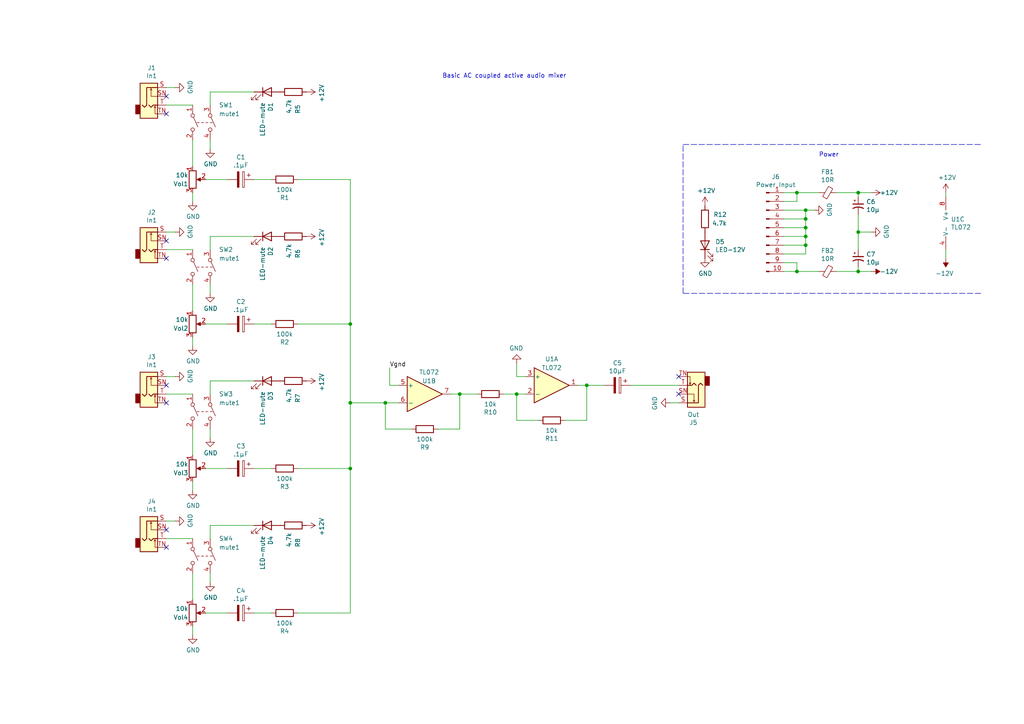
<source format=kicad_sch>
(kicad_sch (version 20211123) (generator eeschema)
  (paper "A4")
  (lib_symbols
    (symbol "Amplifier_Operational:TL072" (pin_names (offset 0.127))
      (property "Reference" "U" (at 0 5.08 0))
      (property "Value" "TL072" (at 0 -5.08 0))
      (symbol "TL072_1_1"
        (polyline (pts (xy -5.08 5.08) (xy 5.08 0) (xy -5.08 -5.08) (xy -5.08 5.08)) (stroke (width 0.254)) (fill (type background)))
        (pin output line (at 7.62 0 180) (length 2.54) (name "~") (number "1"))
        (pin input line (at -7.62 -2.54 0) (length 2.54) (name "-") (number "2"))
        (pin input line (at -7.62 2.54 0) (length 2.54) (name "+") (number "3"))
      )
      (symbol "TL072_2_1"
        (polyline (pts (xy -5.08 5.08) (xy 5.08 0) (xy -5.08 -5.08) (xy -5.08 5.08)) (stroke (width 0.254)) (fill (type background)))
        (pin input line (at -7.62 2.54 0) (length 2.54) (name "+") (number "5"))
        (pin input line (at -7.62 -2.54 0) (length 2.54) (name "-") (number "6"))
        (pin output line (at 7.62 0 180) (length 2.54) (name "~") (number "7"))
      )
      (symbol "TL072_3_1"
        (pin power_in line (at -2.54 -7.62 90) (length 3.81) (name "V-") (number "4"))
        (pin power_in line (at -2.54 7.62 270) (length 3.81) (name "V+") (number "8"))
      )
    )
    (symbol "Connector:AudioJack2_Switch"
      (property "Reference" "J" (at 0 11.43 0))
      (property "Value" "AudioJack2_Switch" (at 0 8.89 0))
      (symbol "AudioJack2_Switch_0_1"
        (rectangle (start -2.54 0) (end -3.81 -2.54) (stroke (width 0.254)) (fill (type outline)))
        (rectangle (start 2.54 6.35) (end -2.54 -3.81) (stroke (width 0.254)) (fill (type background)))
      )
      (symbol "AudioJack2_Switch_1_1"
        (polyline (pts (xy 0.635 4.826) (xy 0.889 4.318)))
        (polyline (pts (xy 1.778 -0.254) (xy 2.032 -0.762)))
        (polyline (pts (xy 0 0) (xy 0.635 -0.635) (xy 1.27 0) (xy 2.54 0)) (stroke (width 0.254)))
        (polyline (pts (xy 2.54 -2.54) (xy 1.778 -2.54) (xy 1.778 -0.254) (xy 1.524 -0.762)))
        (polyline (pts (xy 2.54 2.54) (xy 0.635 2.54) (xy 0.635 4.826) (xy 0.381 4.318)))
        (polyline (pts (xy 2.54 5.08) (xy -0.635 5.08) (xy -0.635 0) (xy -1.27 -0.635) (xy -1.905 0)) (stroke (width 0.254)))
        (pin passive line (at 5.08 5.08 180) (length 2.54) (name "~") (number "S"))
        (pin passive line (at 5.08 2.54 180) (length 2.54) (name "~") (number "SN"))
        (pin passive line (at 5.08 0 180) (length 2.54) (name "~") (number "T"))
        (pin passive line (at 5.08 -2.54 180) (length 2.54) (name "~") (number "TN"))
      )
    )
    (symbol "Connector:Conn_01x10_Male" (pin_names (offset 1.016) hide)
      (property "Reference" "J" (at 0 12.7 0))
      (property "Value" "Conn_01x10_Male" (at 0 -15.24 0))
      (symbol "Conn_01x10_Male_1_1"
        (polyline (pts (xy 1.27 -12.7) (xy 0.8636 -12.7)) (stroke (width 0.1524)))
        (polyline (pts (xy 1.27 -10.16) (xy 0.8636 -10.16)) (stroke (width 0.1524)))
        (polyline (pts (xy 1.27 -7.62) (xy 0.8636 -7.62)) (stroke (width 0.1524)))
        (polyline (pts (xy 1.27 -5.08) (xy 0.8636 -5.08)) (stroke (width 0.1524)))
        (polyline (pts (xy 1.27 -2.54) (xy 0.8636 -2.54)) (stroke (width 0.1524)))
        (polyline (pts (xy 1.27 0) (xy 0.8636 0)) (stroke (width 0.1524)))
        (polyline (pts (xy 1.27 2.54) (xy 0.8636 2.54)) (stroke (width 0.1524)))
        (polyline (pts (xy 1.27 5.08) (xy 0.8636 5.08)) (stroke (width 0.1524)))
        (polyline (pts (xy 1.27 7.62) (xy 0.8636 7.62)) (stroke (width 0.1524)))
        (polyline (pts (xy 1.27 10.16) (xy 0.8636 10.16)) (stroke (width 0.1524)))
        (rectangle (start 0.8636 -12.573) (end 0 -12.827) (stroke (width 0.1524)) (fill (type outline)))
        (rectangle (start 0.8636 -10.033) (end 0 -10.287) (stroke (width 0.1524)) (fill (type outline)))
        (rectangle (start 0.8636 -7.493) (end 0 -7.747) (stroke (width 0.1524)) (fill (type outline)))
        (rectangle (start 0.8636 -4.953) (end 0 -5.207) (stroke (width 0.1524)) (fill (type outline)))
        (rectangle (start 0.8636 -2.413) (end 0 -2.667) (stroke (width 0.1524)) (fill (type outline)))
        (rectangle (start 0.8636 0.127) (end 0 -0.127) (stroke (width 0.1524)) (fill (type outline)))
        (rectangle (start 0.8636 2.667) (end 0 2.413) (stroke (width 0.1524)) (fill (type outline)))
        (rectangle (start 0.8636 5.207) (end 0 4.953) (stroke (width 0.1524)) (fill (type outline)))
        (rectangle (start 0.8636 7.747) (end 0 7.493) (stroke (width 0.1524)) (fill (type outline)))
        (rectangle (start 0.8636 10.287) (end 0 10.033) (stroke (width 0.1524)) (fill (type outline)))
        (pin passive line (at 5.08 10.16 180) (length 3.81) (name "Pin_1") (number "1"))
        (pin passive line (at 5.08 -12.7 180) (length 3.81) (name "Pin_10") (number "10"))
        (pin passive line (at 5.08 7.62 180) (length 3.81) (name "Pin_2") (number "2"))
        (pin passive line (at 5.08 5.08 180) (length 3.81) (name "Pin_3") (number "3"))
        (pin passive line (at 5.08 2.54 180) (length 3.81) (name "Pin_4") (number "4"))
        (pin passive line (at 5.08 0 180) (length 3.81) (name "Pin_5") (number "5"))
        (pin passive line (at 5.08 -2.54 180) (length 3.81) (name "Pin_6") (number "6"))
        (pin passive line (at 5.08 -5.08 180) (length 3.81) (name "Pin_7") (number "7"))
        (pin passive line (at 5.08 -7.62 180) (length 3.81) (name "Pin_8") (number "8"))
        (pin passive line (at 5.08 -10.16 180) (length 3.81) (name "Pin_9") (number "9"))
      )
    )
    (symbol "Device:CP" (pin_numbers hide) (pin_names (offset 0.254))
      (property "Reference" "C" (at 0.635 2.54 0))
      (property "Value" "Device_CP" (at 0.635 -2.54 0))
      (symbol "CP_0_1"
        (rectangle (start -2.286 0.508) (end 2.286 1.016))
        (polyline (pts (xy -1.778 2.286) (xy -0.762 2.286)))
        (polyline (pts (xy -1.27 2.794) (xy -1.27 1.778)))
        (rectangle (start 2.286 -0.508) (end -2.286 -1.016) (fill (type outline)))
      )
      (symbol "CP_1_1"
        (pin passive line (at 0 3.81 270) (length 2.794) (name "~") (number "1"))
        (pin passive line (at 0 -3.81 90) (length 2.794) (name "~") (number "2"))
      )
    )
    (symbol "Device:CP1_Small" (pin_numbers hide) (pin_names (offset 0.254) hide)
      (property "Reference" "C" (at 0.254 1.778 0))
      (property "Value" "Device_CP1_Small" (at 0.254 -2.032 0))
      (symbol "CP1_Small_0_1"
        (polyline (pts (xy -1.524 0.508) (xy 1.524 0.508)) (stroke (width 0.3048)))
        (polyline (pts (xy -1.27 1.524) (xy -0.762 1.524)))
        (polyline (pts (xy -1.016 1.27) (xy -1.016 1.778)))
        (arc (start 1.524 -0.762) (mid 0 -0.3734) (end -1.524 -0.762) (stroke (width 0.3048)))
      )
      (symbol "CP1_Small_1_1"
        (pin passive line (at 0 2.54 270) (length 2.032) (name "~") (number "1"))
        (pin passive line (at 0 -2.54 90) (length 2.032) (name "~") (number "2"))
      )
    )
    (symbol "Device:Ferrite_Bead_Small" (pin_numbers hide) (pin_names (offset 0))
      (property "Reference" "FB" (at 1.905 1.27 0))
      (property "Value" "Device_Ferrite_Bead_Small" (at 1.905 -1.27 0))
      (symbol "Ferrite_Bead_Small_0_1"
        (polyline (pts (xy 0 -1.27) (xy 0 -0.7874)))
        (polyline (pts (xy 0 0.889) (xy 0 1.2954)))
        (polyline (pts (xy -1.8288 0.2794) (xy -1.1176 1.4986) (xy 1.8288 -0.2032) (xy 1.1176 -1.4224) (xy -1.8288 0.2794)))
      )
      (symbol "Ferrite_Bead_Small_1_1"
        (pin passive line (at 0 2.54 270) (length 1.27) (name "~") (number "1"))
        (pin passive line (at 0 -2.54 90) (length 1.27) (name "~") (number "2"))
      )
    )
    (symbol "Device:LED" (pin_numbers hide) (pin_names (offset 1.016) hide)
      (property "Reference" "D" (at 0 2.54 0))
      (property "Value" "LED" (at 0 -2.54 0))
      (symbol "LED_0_1"
        (polyline (pts (xy -1.27 -1.27) (xy -1.27 1.27)) (stroke (width 0.254)))
        (polyline (pts (xy -1.27 0) (xy 1.27 0)))
        (polyline (pts (xy 1.27 -1.27) (xy 1.27 1.27) (xy -1.27 0) (xy 1.27 -1.27)) (stroke (width 0.254)))
        (polyline (pts (xy -3.048 -0.762) (xy -4.572 -2.286) (xy -3.81 -2.286) (xy -4.572 -2.286) (xy -4.572 -1.524)))
        (polyline (pts (xy -1.778 -0.762) (xy -3.302 -2.286) (xy -2.54 -2.286) (xy -3.302 -2.286) (xy -3.302 -1.524)))
      )
      (symbol "LED_1_1"
        (pin passive line (at -3.81 0 0) (length 2.54) (name "K") (number "1"))
        (pin passive line (at 3.81 0 180) (length 2.54) (name "A") (number "2"))
      )
    )
    (symbol "Device:R" (pin_numbers hide) (pin_names (offset 0))
      (property "Reference" "R" (at 2.032 0 90))
      (property "Value" "R" (at 0 0 90))
      (symbol "R_0_1"
        (rectangle (start -1.016 -2.54) (end 1.016 2.54) (stroke (width 0.254)))
      )
      (symbol "R_1_1"
        (pin passive line (at 0 3.81 270) (length 1.27) (name "~") (number "1"))
        (pin passive line (at 0 -3.81 90) (length 1.27) (name "~") (number "2"))
      )
    )
    (symbol "Device:R_POT" (pin_names (offset 1.016) hide)
      (property "Reference" "RV" (at -4.445 0 90))
      (property "Value" "Device_R_POT" (at -2.54 0 90))
      (symbol "R_POT_0_1"
        (polyline (pts (xy 2.54 0) (xy 1.524 0)))
        (polyline (pts (xy 1.143 0) (xy 2.286 0.508) (xy 2.286 -0.508) (xy 1.143 0)) (fill (type outline)))
        (rectangle (start 1.016 2.54) (end -1.016 -2.54) (stroke (width 0.254)))
      )
      (symbol "R_POT_1_1"
        (pin passive line (at 0 3.81 270) (length 1.27) (name "1") (number "1"))
        (pin passive line (at 3.81 0 180) (length 1.27) (name "2") (number "2"))
        (pin passive line (at 0 -3.81 90) (length 1.27) (name "3") (number "3"))
      )
    )
    (symbol "Switch:SW_DPST" (pin_names (offset 0) hide)
      (property "Reference" "SW" (at 0 5.08 0))
      (property "Value" "SW_DPST" (at 0 -5.08 0))
      (symbol "SW_DPST_0_0"
        (circle (center -2.032 -2.54) (radius 0.508))
        (circle (center -2.032 2.54) (radius 0.508))
        (polyline (pts (xy -1.524 -2.286) (xy 1.27 -1.016)))
        (polyline (pts (xy -1.524 2.794) (xy 1.27 4.064)))
        (polyline (pts (xy 0 -1.27) (xy 0 -0.635)))
        (polyline (pts (xy 0 0) (xy 0 0.635)))
        (polyline (pts (xy 0 1.27) (xy 0 1.905)))
        (polyline (pts (xy 0 2.54) (xy 0 3.175)))
        (circle (center 2.032 -2.54) (radius 0.508))
        (circle (center 2.032 2.54) (radius 0.508))
      )
      (symbol "SW_DPST_1_1"
        (pin passive line (at -5.08 -2.54 0) (length 2.54) (name "1") (number "1"))
        (pin passive line (at 5.08 -2.54 180) (length 2.54) (name "2") (number "2"))
        (pin passive line (at -5.08 2.54 0) (length 2.54) (name "3") (number "3"))
        (pin passive line (at 5.08 2.54 180) (length 2.54) (name "4") (number "4"))
      )
    )
    (symbol "power:+12V" (power) (pin_names (offset 0))
      (property "Value" "+12V" (at 0 3.556 0))
      (symbol "+12V_0_1"
        (polyline (pts (xy -0.762 1.27) (xy 0 2.54)))
        (polyline (pts (xy 0 0) (xy 0 2.54)))
        (polyline (pts (xy 0 2.54) (xy 0.762 1.27)))
      )
      (symbol "+12V_1_1"
        (pin power_in line (at 0 0 90) (length 0) hide (name "+12V") (number "1"))
      )
    )
    (symbol "power:-12V" (power) (pin_names (offset 0))
      (property "Value" "-12V" (at 0 3.81 0))
      (symbol "-12V_0_0"
        (pin power_in line (at 0 0 90) (length 0) hide (name "-12V") (number "1"))
      )
      (symbol "-12V_0_1"
        (polyline (pts (xy 0 0) (xy 0 1.27) (xy 0.762 1.27) (xy 0 2.54) (xy -0.762 1.27) (xy 0 1.27)) (fill (type outline)))
      )
    )
    (symbol "power:GND" (power) (pin_names (offset 0))
      (property "Value" "GND" (at 0 -3.81 0))
      (symbol "GND_0_1"
        (polyline (pts (xy 0 0) (xy 0 -1.27) (xy 1.27 -1.27) (xy 0 -2.54) (xy -1.27 -1.27) (xy 0 -1.27)))
      )
      (symbol "GND_1_1"
        (pin power_in line (at 0 0 270) (length 0) hide (name "GND") (number "1"))
      )
    )
  )
  (junction (at 233.68 68.58))
  (junction (at 170.18 111.76))
  (junction (at 149.86 114.3))
  (junction (at 248.92 78.74))
  (junction (at 101.6 135.89))
  (junction (at 101.6 116.84))
  (junction (at 233.68 71.12))
  (junction (at 133.35 114.3))
  (junction (at 231.14 55.88))
  (junction (at 233.68 66.04))
  (junction (at 101.6 93.98))
  (junction (at 111.76 116.84))
  (junction (at 233.68 63.5))
  (junction (at 233.68 60.96))
  (junction (at 248.92 67.31))
  (junction (at 248.92 55.88))
  (junction (at 231.14 78.74))
  (no_connect (at 48.26 69.85))
  (no_connect (at 196.85 114.3))
  (no_connect (at 48.26 74.93))
  (no_connect (at 48.26 158.75))
  (no_connect (at 48.26 153.67))
  (no_connect (at 48.26 33.02))
  (no_connect (at 48.26 111.76))
  (no_connect (at 48.26 116.84))
  (no_connect (at 196.85 109.22))
  (no_connect (at 48.26 27.94))
  (wire (pts (xy 163.83 121.92) (xy 170.18 121.92)))
  (wire (pts (xy 196.85 116.84) (xy 194.31 116.84)))
  (wire (pts (xy 133.35 114.3) (xy 133.35 124.46)))
  (wire (pts (xy 233.68 71.12) (xy 233.68 68.58)))
  (wire (pts (xy 152.4 109.22) (xy 149.86 109.22)))
  (wire (pts (xy 111.76 116.84) (xy 115.57 116.84)))
  (wire (pts (xy 248.92 77.47) (xy 248.92 78.74)))
  (wire (pts (xy 60.96 26.67) (xy 73.66 26.67)))
  (wire (pts (xy 60.96 166.37) (xy 60.96 168.91)))
  (wire (pts (xy 73.66 52.07) (xy 78.74 52.07)))
  (wire (pts (xy 248.92 78.74) (xy 252.73 78.74)))
  (wire (pts (xy 236.22 60.96) (xy 233.68 60.96)))
  (wire (pts (xy 227.33 60.96) (xy 233.68 60.96)))
  (wire (pts (xy 248.92 62.23) (xy 248.92 67.31)))
  (wire (pts (xy 227.33 58.42) (xy 231.14 58.42)))
  (wire (pts (xy 149.86 109.22) (xy 149.86 105.41)))
  (wire (pts (xy 60.96 72.39) (xy 60.96 68.58)))
  (wire (pts (xy 60.96 152.4) (xy 73.66 152.4)))
  (wire (pts (xy 227.33 76.2) (xy 231.14 76.2)))
  (wire (pts (xy 73.66 135.89) (xy 78.74 135.89)))
  (wire (pts (xy 149.86 114.3) (xy 149.86 121.92)))
  (wire (pts (xy 55.88 100.33) (xy 55.88 97.79)))
  (wire (pts (xy 170.18 111.76) (xy 167.64 111.76)))
  (wire (pts (xy 233.68 60.96) (xy 233.68 63.5)))
  (wire (pts (xy 133.35 124.46) (xy 127 124.46)))
  (wire (pts (xy 48.26 151.13) (xy 50.8 151.13)))
  (wire (pts (xy 227.33 63.5) (xy 233.68 63.5)))
  (wire (pts (xy 149.86 114.3) (xy 152.4 114.3)))
  (wire (pts (xy 101.6 116.84) (xy 111.76 116.84)))
  (wire (pts (xy 233.68 68.58) (xy 233.68 66.04)))
  (wire (pts (xy 60.96 110.49) (xy 73.66 110.49)))
  (wire (pts (xy 55.88 124.46) (xy 55.88 132.08)))
  (polyline (pts (xy 198.12 85.09) (xy 198.12 41.91)))
  (wire (pts (xy 274.32 72.39) (xy 274.32 74.93)))
  (wire (pts (xy 60.96 40.64) (xy 60.96 43.18)))
  (wire (pts (xy 248.92 55.88) (xy 252.73 55.88)))
  (wire (pts (xy 133.35 114.3) (xy 138.43 114.3)))
  (wire (pts (xy 86.36 93.98) (xy 101.6 93.98)))
  (wire (pts (xy 170.18 111.76) (xy 175.26 111.76)))
  (wire (pts (xy 101.6 135.89) (xy 101.6 177.8)))
  (wire (pts (xy 48.26 30.48) (xy 55.88 30.48)))
  (wire (pts (xy 101.6 116.84) (xy 101.6 135.89)))
  (wire (pts (xy 227.33 78.74) (xy 231.14 78.74)))
  (wire (pts (xy 59.69 52.07) (xy 66.04 52.07)))
  (wire (pts (xy 113.03 106.68) (xy 113.03 111.76)))
  (wire (pts (xy 248.92 57.15) (xy 248.92 55.88)))
  (wire (pts (xy 60.96 68.58) (xy 73.66 68.58)))
  (wire (pts (xy 55.88 82.55) (xy 55.88 90.17)))
  (wire (pts (xy 55.88 142.24) (xy 55.88 139.7)))
  (wire (pts (xy 48.26 156.21) (xy 55.88 156.21)))
  (wire (pts (xy 130.81 114.3) (xy 133.35 114.3)))
  (wire (pts (xy 86.36 177.8) (xy 101.6 177.8)))
  (wire (pts (xy 146.05 114.3) (xy 149.86 114.3)))
  (wire (pts (xy 231.14 55.88) (xy 237.49 55.88)))
  (wire (pts (xy 55.88 166.37) (xy 55.88 173.99)))
  (wire (pts (xy 101.6 93.98) (xy 101.6 116.84)))
  (wire (pts (xy 233.68 73.66) (xy 233.68 71.12)))
  (wire (pts (xy 248.92 67.31) (xy 252.73 67.31)))
  (polyline (pts (xy 198.12 41.91) (xy 284.48 41.91)))
  (wire (pts (xy 86.36 135.89) (xy 101.6 135.89)))
  (wire (pts (xy 86.36 52.07) (xy 101.6 52.07)))
  (wire (pts (xy 149.86 121.92) (xy 156.21 121.92)))
  (wire (pts (xy 274.32 55.88) (xy 274.32 57.15)))
  (wire (pts (xy 55.88 40.64) (xy 55.88 48.26)))
  (wire (pts (xy 119.38 124.46) (xy 111.76 124.46)))
  (wire (pts (xy 48.26 114.3) (xy 55.88 114.3)))
  (wire (pts (xy 170.18 121.92) (xy 170.18 111.76)))
  (wire (pts (xy 59.69 135.89) (xy 66.04 135.89)))
  (wire (pts (xy 111.76 124.46) (xy 111.76 116.84)))
  (wire (pts (xy 60.96 82.55) (xy 60.96 85.09)))
  (wire (pts (xy 248.92 67.31) (xy 248.92 72.39)))
  (wire (pts (xy 101.6 52.07) (xy 101.6 93.98)))
  (wire (pts (xy 115.57 111.76) (xy 113.03 111.76)))
  (wire (pts (xy 233.68 63.5) (xy 233.68 66.04)))
  (wire (pts (xy 182.88 111.76) (xy 196.85 111.76)))
  (wire (pts (xy 231.14 76.2) (xy 231.14 78.74)))
  (wire (pts (xy 231.14 58.42) (xy 231.14 55.88)))
  (wire (pts (xy 227.33 73.66) (xy 233.68 73.66)))
  (polyline (pts (xy 284.48 85.09) (xy 198.12 85.09)))
  (wire (pts (xy 48.26 72.39) (xy 55.88 72.39)))
  (wire (pts (xy 227.33 71.12) (xy 233.68 71.12)))
  (wire (pts (xy 59.69 93.98) (xy 66.04 93.98)))
  (wire (pts (xy 55.88 184.15) (xy 55.88 181.61)))
  (wire (pts (xy 227.33 55.88) (xy 231.14 55.88)))
  (wire (pts (xy 233.68 66.04) (xy 227.33 66.04)))
  (wire (pts (xy 242.57 55.88) (xy 248.92 55.88)))
  (wire (pts (xy 227.33 68.58) (xy 233.68 68.58)))
  (wire (pts (xy 60.96 124.46) (xy 60.96 127)))
  (wire (pts (xy 48.26 25.4) (xy 50.8 25.4)))
  (wire (pts (xy 60.96 156.21) (xy 60.96 152.4)))
  (wire (pts (xy 60.96 30.48) (xy 60.96 26.67)))
  (wire (pts (xy 73.66 177.8) (xy 78.74 177.8)))
  (wire (pts (xy 59.69 177.8) (xy 66.04 177.8)))
  (wire (pts (xy 55.88 58.42) (xy 55.88 55.88)))
  (wire (pts (xy 48.26 109.22) (xy 50.8 109.22)))
  (wire (pts (xy 60.96 114.3) (xy 60.96 110.49)))
  (wire (pts (xy 242.57 78.74) (xy 248.92 78.74)))
  (wire (pts (xy 73.66 93.98) (xy 78.74 93.98)))
  (wire (pts (xy 231.14 78.74) (xy 237.49 78.74)))
  (wire (pts (xy 48.26 67.31) (xy 50.8 67.31)))
  (text "Power" (at 237.49 45.72 0) (effects (font (size 1.27 1.27)) (justify left bottom)))
  (text "Basic AC coupled active audio mixer" (at 128.27 22.86 0) (effects (font (size 1.27 1.27)) (justify left bottom)))
  (label "Vgnd" (at 113.03 106.68 0))
  (symbol (lib_id "Amplifier_Operational:TL072") (at 160.02 111.76 0) (unit 1)
    (property "Reference" "U1" (at 160.02 104.14 0))
    (property "Value" "TL072" (at 160.02 106.68 0))
    (property "Footprint" "Package_DIP:DIP-8_W7.62mm_Socket" (effects hide))
    (property "Datasheet" "http://www.ti.com/lit/ds/symlink/tl071.pdf" (effects hide))
  )
  (symbol (lib_id "Amplifier_Operational:TL072") (at 123.19 114.3 0) (unit 2)
    (property "Reference" "U1" (at 124.46 110.49 0))
    (property "Value" "TL072" (at 124.46 107.95 0))
    (property "Footprint" "Package_DIP:DIP-8_W7.62mm_Socket" (effects hide))
    (property "Datasheet" "http://www.ti.com/lit/ds/symlink/tl071.pdf" (effects hide))
  )
  (symbol (lib_id "power:+12V") (at 252.73 55.88 270) (unit 1)
    (property "Reference" "#PWR022" (effects hide))
    (property "Value" "+12V" (at 257.81 55.88 90))
  )
  (symbol (lib_id "power:-12V") (at 252.73 78.74 270) (unit 1)
    (property "Reference" "#PWR024" (effects hide))
    (property "Value" "-12V" (at 257.81 78.74 90))
  )
  (symbol (lib_id "Connector:Conn_01x10_Male") (at 222.25 66.04 0) (unit 1)
    (property "Reference" "J6" (at 224.9932 51.2826 0))
    (property "Value" "Power Input" (at 224.9932 53.594 0))
    (property "Footprint" "Connector_PinHeader_2.54mm:PinHeader_2x05_P2.54mm_Vertical" (effects hide))
  )
  (symbol (lib_id "Device:CP1_Small") (at 248.92 59.69 0) (unit 1)
    (property "Reference" "C6" (at 251.2314 58.5216 0) (effects (justify left)))
    (property "Value" "10µ" (at 251.2314 60.833 0) (effects (justify left)))
    (property "Footprint" "Capacitor_THT:CP_Radial_D5.0mm_P2.00mm" (effects hide))
  )
  (symbol (lib_id "Device:CP1_Small") (at 248.92 74.93 0) (unit 1)
    (property "Reference" "C7" (at 251.2314 73.7616 0) (effects (justify left)))
    (property "Value" "10µ" (at 251.2314 76.073 0) (effects (justify left)))
    (property "Footprint" "Capacitor_THT:CP_Radial_D5.0mm_P2.00mm" (effects hide))
  )
  (symbol (lib_id "Device:Ferrite_Bead_Small") (at 240.03 55.88 270) (unit 1)
    (property "Reference" "FB1" (at 240.03 49.8602 90))
    (property "Value" "10R" (at 240.03 52.1716 90))
    (property "Footprint" "Inductor_THT:L_Axial_L9.5mm_D4.0mm_P12.70mm_Horizontal_Fastron_SMCC" (effects hide))
  )
  (symbol (lib_id "Device:Ferrite_Bead_Small") (at 240.03 78.74 270) (unit 1)
    (property "Reference" "FB2" (at 240.03 72.7202 90))
    (property "Value" "10R" (at 240.03 75.0316 90))
    (property "Footprint" "Inductor_THT:L_Axial_L9.5mm_D4.0mm_P12.70mm_Horizontal_Fastron_SMCC" (effects hide))
  )
  (symbol (lib_id "power:GND") (at 252.73 67.31 90) (unit 1)
    (property "Reference" "#PWR023" (effects hide))
    (property "Value" "GND" (at 257.1242 67.183 0))
  )
  (symbol (lib_id "power:GND") (at 236.22 60.96 90) (unit 1)
    (property "Reference" "#PWR021" (effects hide))
    (property "Value" "GND" (at 240.6142 60.833 0))
  )
  (symbol (lib_id "Device:R") (at 204.47 63.5 0) (unit 1)
    (property "Reference" "R12" (at 210.82 62.23 0) (effects (justify right)))
    (property "Value" "4.7k" (at 210.82 64.77 0) (effects (justify right)))
    (property "Footprint" "Resistor_THT:R_Axial_DIN0207_L6.3mm_D2.5mm_P10.16mm_Horizontal" (effects hide))
  )
  (symbol (lib_id "power:GND") (at 204.47 74.93 0) (unit 1)
    (property "Reference" "#PWR020" (effects hide))
    (property "Value" "GND" (at 204.597 79.3242 0))
  )
  (symbol (lib_id "Device:LED") (at 204.47 71.12 90) (unit 1)
    (property "Reference" "D5" (at 207.4672 70.1294 90) (effects (justify right)))
    (property "Value" "LED-12V" (at 207.4672 72.4408 90) (effects (justify right)))
    (property "Footprint" "LED_THT:LED_D4.0mm" (effects hide))
  )
  (symbol (lib_id "power:+12V") (at 204.47 59.69 0) (unit 1)
    (property "Reference" "#PWR019" (effects hide))
    (property "Value" "+12V" (at 204.851 55.2958 0))
  )
  (symbol (lib_id "Connector:AudioJack2_Switch") (at 43.18 30.48 0) (unit 1)
    (property "Reference" "J1" (at 43.9928 19.685 0))
    (property "Value" "In1" (at 43.9928 21.9964 0))
    (property "Footprint" "Connector_Audio:Jack_3.5mm_QingPu_WQP-PJ398SM_Vertical_CircularHoles" (effects hide))
  )
  (symbol (lib_id "power:GND") (at 50.8 25.4 90) (unit 1)
    (property "Reference" "#PWR01" (effects hide))
    (property "Value" "GND" (at 55.1942 25.273 0))
  )
  (symbol (lib_id "power:-12V") (at 274.32 74.93 180) (unit 1)
    (property "Reference" "#PWR026" (effects hide))
    (property "Value" "-12V" (at 273.939 79.3242 0))
  )
  (symbol (lib_id "power:+12V") (at 274.32 55.88 0) (unit 1)
    (property "Reference" "#PWR025" (effects hide))
    (property "Value" "+12V" (at 274.701 51.4858 0))
  )
  (symbol (lib_id "Amplifier_Operational:TL072") (at 276.86 64.77 0) (unit 3)
    (property "Reference" "U1" (at 275.7932 63.6016 0) (effects (justify left)))
    (property "Value" "TL072" (at 275.7932 65.913 0) (effects (justify left)))
    (property "Footprint" "Package_DIP:DIP-8_W7.62mm_Socket" (effects hide))
    (property "Datasheet" "http://www.ti.com/lit/ds/symlink/tl071.pdf" (effects hide))
  )
  (symbol (lib_id "Switch:SW_DPST") (at 58.42 161.29 270) (unit 1)
    (property "Reference" "SW4" (at 63.5 156.21 90) (effects (justify left)))
    (property "Value" "mute1" (at 63.5 158.75 90) (effects (justify left)))
  )
  (symbol (lib_id "Device:R") (at 82.55 177.8 270) (unit 1)
    (property "Reference" "R4" (at 82.55 183.0578 90))
    (property "Value" "100k" (at 82.55 180.7464 90))
    (property "Footprint" "Resistor_THT:R_Axial_DIN0207_L6.3mm_D2.5mm_P10.16mm_Horizontal" (effects hide))
  )
  (symbol (lib_id "Device:R") (at 85.09 110.49 270) (unit 1)
    (property "Reference" "R7" (at 86.36 116.84 0) (effects (justify right)))
    (property "Value" "4.7k" (at 83.82 116.84 0) (effects (justify right)))
    (property "Footprint" "Resistor_THT:R_Axial_DIN0207_L6.3mm_D2.5mm_P10.16mm_Horizontal" (effects hide))
  )
  (symbol (lib_id "Device:CP") (at 69.85 135.89 270) (unit 1)
    (property "Reference" "C3" (at 69.85 129.413 90))
    (property "Value" ".1µF" (at 69.85 131.7244 90))
    (property "Footprint" "Capacitor_THT:CP_Radial_D5.0mm_P2.00mm" (effects hide))
  )
  (symbol (lib_id "Device:R") (at 85.09 68.58 270) (unit 1)
    (property "Reference" "R6" (at 86.36 74.93 0) (effects (justify right)))
    (property "Value" "4.7k" (at 83.82 74.93 0) (effects (justify right)))
    (property "Footprint" "Resistor_THT:R_Axial_DIN0207_L6.3mm_D2.5mm_P10.16mm_Horizontal" (effects hide))
  )
  (symbol (lib_id "Device:R") (at 85.09 26.67 270) (unit 1)
    (property "Reference" "R5" (at 86.36 33.02 0) (effects (justify right)))
    (property "Value" "4.7k" (at 83.82 33.02 0) (effects (justify right)))
    (property "Footprint" "Resistor_THT:R_Axial_DIN0207_L6.3mm_D2.5mm_P10.16mm_Horizontal" (effects hide))
  )
  (symbol (lib_id "power:+12V") (at 88.9 152.4 270) (unit 1)
    (property "Reference" "#PWR016" (effects hide))
    (property "Value" "+12V" (at 93.2942 152.781 0))
  )
  (symbol (lib_id "Device:R_POT") (at 55.88 135.89 0) (unit 1)
    (property "Reference" "Vol3" (at 54.61 137.16 0) (effects (justify right)))
    (property "Value" "10k" (at 54.61 134.62 0) (effects (justify right)))
    (property "Footprint" "Potentiometer_THT:Potentiometer_Bourns_PTV09A-1_Single_Vertical" (effects hide))
  )
  (symbol (lib_id "Connector:AudioJack2_Switch") (at 201.93 111.76 180) (unit 1)
    (property "Reference" "J5" (at 201.1172 122.555 0))
    (property "Value" "Out" (at 201.1172 120.2436 0))
    (property "Footprint" "Connector_Audio:Jack_3.5mm_QingPu_WQP-PJ398SM_Vertical_CircularHoles" (effects hide))
  )
  (symbol (lib_id "power:GND") (at 60.96 168.91 0) (unit 1)
    (property "Reference" "#PWR012" (effects hide))
    (property "Value" "GND" (at 61.087 173.3042 0))
  )
  (symbol (lib_id "power:+12V") (at 88.9 26.67 270) (unit 1)
    (property "Reference" "#PWR013" (effects hide))
    (property "Value" "+12V" (at 93.2942 27.051 0))
  )
  (symbol (lib_id "power:GND") (at 50.8 67.31 90) (unit 1)
    (property "Reference" "#PWR02" (effects hide))
    (property "Value" "GND" (at 55.1942 67.183 0))
  )
  (symbol (lib_id "Device:R_POT") (at 55.88 93.98 0) (unit 1)
    (property "Reference" "Vol2" (at 54.61 95.25 0) (effects (justify right)))
    (property "Value" "10k" (at 54.61 92.71 0) (effects (justify right)))
    (property "Footprint" "Potentiometer_THT:Potentiometer_Bourns_PTV09A-1_Single_Vertical" (effects hide))
  )
  (symbol (lib_id "Device:CP") (at 69.85 93.98 270) (unit 1)
    (property "Reference" "C2" (at 69.85 87.503 90))
    (property "Value" ".1µF" (at 69.85 89.8144 90))
    (property "Footprint" "Capacitor_THT:CP_Radial_D5.0mm_P2.00mm" (effects hide))
  )
  (symbol (lib_id "power:GND") (at 194.31 116.84 270) (unit 1)
    (property "Reference" "#PWR018" (effects hide))
    (property "Value" "GND" (at 189.9158 116.967 0))
  )
  (symbol (lib_id "power:+12V") (at 88.9 110.49 270) (unit 1)
    (property "Reference" "#PWR015" (effects hide))
    (property "Value" "+12V" (at 93.2942 110.871 0))
  )
  (symbol (lib_id "power:GND") (at 55.88 184.15 0) (unit 1)
    (property "Reference" "#PWR08" (effects hide))
    (property "Value" "GND" (at 56.007 188.5442 0))
  )
  (symbol (lib_id "Device:LED") (at 77.47 26.67 0) (unit 1)
    (property "Reference" "D1" (at 78.4606 29.6672 90) (effects (justify right)))
    (property "Value" "LED-mute" (at 76.1492 29.6672 90) (effects (justify right)))
    (property "Footprint" "LED_THT:LED_D4.0mm" (effects hide))
  )
  (symbol (lib_id "Device:CP") (at 69.85 52.07 270) (unit 1)
    (property "Reference" "C1" (at 69.85 45.593 90))
    (property "Value" ".1µF" (at 69.85 47.9044 90))
    (property "Footprint" "Capacitor_THT:CP_Radial_D5.0mm_P2.00mm" (effects hide))
  )
  (symbol (lib_id "Device:R") (at 85.09 152.4 270) (unit 1)
    (property "Reference" "R8" (at 86.36 158.75 0) (effects (justify right)))
    (property "Value" "4.7k" (at 83.82 158.75 0) (effects (justify right)))
    (property "Footprint" "Resistor_THT:R_Axial_DIN0207_L6.3mm_D2.5mm_P10.16mm_Horizontal" (effects hide))
  )
  (symbol (lib_id "power:GND") (at 50.8 109.22 90) (unit 1)
    (property "Reference" "#PWR03" (effects hide))
    (property "Value" "GND" (at 55.1942 109.093 0))
  )
  (symbol (lib_id "Connector:AudioJack2_Switch") (at 43.18 156.21 0) (unit 1)
    (property "Reference" "J4" (at 43.9928 145.415 0))
    (property "Value" "In1" (at 43.9928 147.7264 0))
    (property "Footprint" "Connector_Audio:Jack_3.5mm_QingPu_WQP-PJ398SM_Vertical_CircularHoles" (effects hide))
  )
  (symbol (lib_id "power:GND") (at 60.96 85.09 0) (unit 1)
    (property "Reference" "#PWR010" (effects hide))
    (property "Value" "GND" (at 61.087 89.4842 0))
  )
  (symbol (lib_id "power:GND") (at 55.88 58.42 0) (unit 1)
    (property "Reference" "#PWR05" (effects hide))
    (property "Value" "GND" (at 56.007 62.8142 0))
  )
  (symbol (lib_id "Switch:SW_DPST") (at 58.42 77.47 270) (unit 1)
    (property "Reference" "SW2" (at 63.5 72.39 90) (effects (justify left)))
    (property "Value" "mute1" (at 63.5 74.93 90) (effects (justify left)))
  )
  (symbol (lib_id "Device:R_POT") (at 55.88 52.07 0) (unit 1)
    (property "Reference" "Vol1" (at 54.61 53.34 0) (effects (justify right)))
    (property "Value" "10k" (at 54.61 50.8 0) (effects (justify right)))
    (property "Footprint" "Potentiometer_THT:Potentiometer_Bourns_PTV09A-1_Single_Vertical" (effects hide))
  )
  (symbol (lib_id "power:GND") (at 60.96 43.18 0) (unit 1)
    (property "Reference" "#PWR09" (effects hide))
    (property "Value" "GND" (at 61.087 47.5742 0))
  )
  (symbol (lib_id "power:GND") (at 55.88 100.33 0) (unit 1)
    (property "Reference" "#PWR06" (effects hide))
    (property "Value" "GND" (at 56.007 104.7242 0))
  )
  (symbol (lib_id "Device:R_POT") (at 55.88 177.8 0) (unit 1)
    (property "Reference" "Vol4" (at 54.61 179.07 0) (effects (justify right)))
    (property "Value" "10k" (at 54.61 176.53 0) (effects (justify right)))
    (property "Footprint" "Potentiometer_THT:Potentiometer_Bourns_PTV09A-1_Single_Vertical" (effects hide))
  )
  (symbol (lib_id "power:GND") (at 50.8 151.13 90) (unit 1)
    (property "Reference" "#PWR04" (effects hide))
    (property "Value" "GND" (at 55.1942 151.003 0))
  )
  (symbol (lib_id "Device:LED") (at 77.47 110.49 0) (unit 1)
    (property "Reference" "D3" (at 78.4606 113.4872 90) (effects (justify right)))
    (property "Value" "LED-mute" (at 76.1492 113.4872 90) (effects (justify right)))
    (property "Footprint" "LED_THT:LED_D4.0mm" (effects hide))
  )
  (symbol (lib_id "Device:LED") (at 77.47 152.4 0) (unit 1)
    (property "Reference" "D4" (at 78.4606 155.3972 90) (effects (justify right)))
    (property "Value" "LED-mute" (at 76.1492 155.3972 90) (effects (justify right)))
    (property "Footprint" "LED_THT:LED_D4.0mm" (effects hide))
  )
  (symbol (lib_id "Device:R") (at 82.55 52.07 270) (unit 1)
    (property "Reference" "R1" (at 82.55 57.3278 90))
    (property "Value" "100k" (at 82.55 55.0164 90))
    (property "Footprint" "Resistor_THT:R_Axial_DIN0207_L6.3mm_D2.5mm_P10.16mm_Horizontal" (effects hide))
  )
  (symbol (lib_id "Device:LED") (at 77.47 68.58 0) (unit 1)
    (property "Reference" "D2" (at 78.4606 71.5772 90) (effects (justify right)))
    (property "Value" "LED-mute" (at 76.1492 71.5772 90) (effects (justify right)))
    (property "Footprint" "LED_THT:LED_D4.0mm" (effects hide))
  )
  (symbol (lib_id "Switch:SW_DPST") (at 58.42 119.38 270) (unit 1)
    (property "Reference" "SW3" (at 63.5 114.3 90) (effects (justify left)))
    (property "Value" "mute1" (at 63.5 116.84 90) (effects (justify left)))
  )
  (symbol (lib_id "Device:R") (at 82.55 93.98 270) (unit 1)
    (property "Reference" "R2" (at 82.55 99.2378 90))
    (property "Value" "100k" (at 82.55 96.9264 90))
    (property "Footprint" "Resistor_THT:R_Axial_DIN0207_L6.3mm_D2.5mm_P10.16mm_Horizontal" (effects hide))
  )
  (symbol (lib_id "power:GND") (at 149.86 105.41 180) (unit 1)
    (property "Reference" "#PWR017" (effects hide))
    (property "Value" "GND" (at 149.733 101.0158 0))
  )
  (symbol (lib_id "power:GND") (at 55.88 142.24 0) (unit 1)
    (property "Reference" "#PWR07" (effects hide))
    (property "Value" "GND" (at 56.007 146.6342 0))
  )
  (symbol (lib_id "Switch:SW_DPST") (at 58.42 35.56 270) (unit 1)
    (property "Reference" "SW1" (at 63.5 30.48 90) (effects (justify left)))
    (property "Value" "mute1" (at 63.5 33.02 90) (effects (justify left)))
  )
  (symbol (lib_id "Connector:AudioJack2_Switch") (at 43.18 114.3 0) (unit 1)
    (property "Reference" "J3" (at 43.9928 103.505 0))
    (property "Value" "In1" (at 43.9928 105.8164 0))
    (property "Footprint" "Connector_Audio:Jack_3.5mm_QingPu_WQP-PJ398SM_Vertical_CircularHoles" (effects hide))
  )
  (symbol (lib_id "Connector:AudioJack2_Switch") (at 43.18 72.39 0) (unit 1)
    (property "Reference" "J2" (at 43.9928 61.595 0))
    (property "Value" "In1" (at 43.9928 63.9064 0))
    (property "Footprint" "Connector_Audio:Jack_3.5mm_QingPu_WQP-PJ398SM_Vertical_CircularHoles" (effects hide))
  )
  (symbol (lib_id "Device:R") (at 123.19 124.46 270) (unit 1)
    (property "Reference" "R9" (at 123.19 129.7178 90))
    (property "Value" "100k" (at 123.19 127.4064 90))
    (property "Footprint" "Resistor_THT:R_Axial_DIN0207_L6.3mm_D2.5mm_P10.16mm_Horizontal" (effects hide))
  )
  (symbol (lib_id "Device:R") (at 142.24 114.3 270) (unit 1)
    (property "Reference" "R10" (at 142.24 119.5578 90))
    (property "Value" "10k" (at 142.24 117.2464 90))
    (property "Footprint" "Resistor_THT:R_Axial_DIN0207_L6.3mm_D2.5mm_P10.16mm_Horizontal" (effects hide))
  )
  (symbol (lib_id "Device:CP") (at 69.85 177.8 270) (unit 1)
    (property "Reference" "C4" (at 69.85 171.323 90))
    (property "Value" ".1µF" (at 69.85 173.6344 90))
    (property "Footprint" "Capacitor_THT:CP_Radial_D5.0mm_P2.00mm" (effects hide))
  )
  (symbol (lib_id "Device:R") (at 160.02 121.92 270) (unit 1)
    (property "Reference" "R11" (at 160.02 127.1778 90))
    (property "Value" "10k" (at 160.02 124.8664 90))
    (property "Footprint" "Resistor_THT:R_Axial_DIN0207_L6.3mm_D2.5mm_P10.16mm_Horizontal" (effects hide))
  )
  (symbol (lib_id "power:+12V") (at 88.9 68.58 270) (unit 1)
    (property "Reference" "#PWR014" (effects hide))
    (property "Value" "+12V" (at 93.2942 68.961 0))
  )
  (symbol (lib_id "Device:R") (at 82.55 135.89 270) (unit 1)
    (property "Reference" "R3" (at 82.55 141.1478 90))
    (property "Value" "100k" (at 82.55 138.8364 90))
    (property "Footprint" "Resistor_THT:R_Axial_DIN0207_L6.3mm_D2.5mm_P10.16mm_Horizontal" (effects hide))
  )
  (symbol (lib_id "Device:CP") (at 179.07 111.76 270) (unit 1)
    (property "Reference" "C5" (at 179.07 105.283 90))
    (property "Value" "10µF" (at 179.07 107.5944 90))
    (property "Footprint" "Capacitor_THT:CP_Radial_D5.0mm_P2.00mm" (effects hide))
  )
  (symbol (lib_id "power:GND") (at 60.96 127 0) (unit 1)
    (property "Reference" "#PWR011" (effects hide))
    (property "Value" "GND" (at 61.087 131.3942 0))
  )
)
</source>
